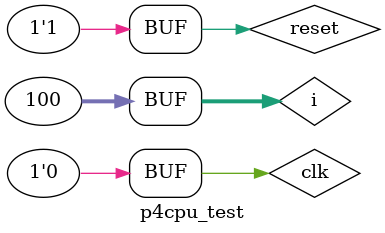
<source format=v>
`timescale 1ns / 1ps


module p4cpu_test;

	// Inputs
	reg clk;
	reg reset;

	// Instantiate the Unit Under Test (UUT)
	mips uut (
		.clk(clk), 
		.reset(reset)
	);
	
	
	integer i;

	initial begin
		// Initialize Inputs
		clk = 0;
		reset = 0;

		// Wait 100 ns for global reset to finish
		#100;
       	 
		// Add stimulus here
		for(i=0;i < 100;i = i + 1) begin
      clk = 1;
      #100;
      clk = 0;
      #100;
      end

      reset = 1;
      #100;




	end
      
endmodule


</source>
